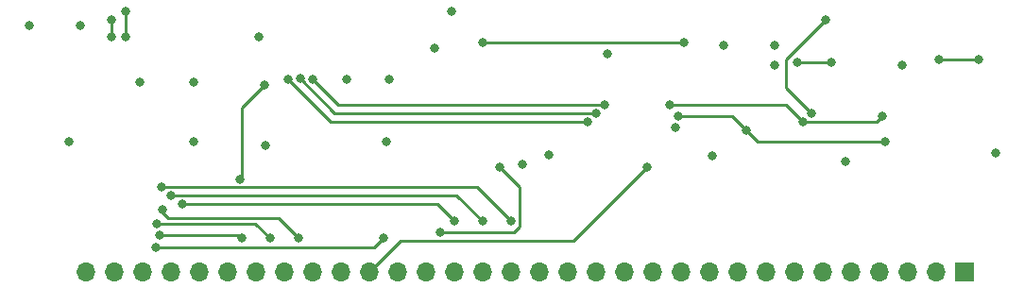
<source format=gbr>
%TF.GenerationSoftware,KiCad,Pcbnew,(6.0.0-0)*%
%TF.CreationDate,2022-10-19T21:29:50-04:00*%
%TF.ProjectId,CPU-Instruction-Decoder,4350552d-496e-4737-9472-756374696f6e,rev?*%
%TF.SameCoordinates,Original*%
%TF.FileFunction,Copper,L4,Bot*%
%TF.FilePolarity,Positive*%
%FSLAX46Y46*%
G04 Gerber Fmt 4.6, Leading zero omitted, Abs format (unit mm)*
G04 Created by KiCad (PCBNEW (6.0.0-0)) date 2022-10-19 21:29:50*
%MOMM*%
%LPD*%
G01*
G04 APERTURE LIST*
%TA.AperFunction,ComponentPad*%
%ADD10R,1.700000X1.700000*%
%TD*%
%TA.AperFunction,ComponentPad*%
%ADD11O,1.700000X1.700000*%
%TD*%
%TA.AperFunction,ViaPad*%
%ADD12C,0.800000*%
%TD*%
%TA.AperFunction,Conductor*%
%ADD13C,0.250000*%
%TD*%
G04 APERTURE END LIST*
D10*
%TO.P,J1,1,Pin_1*%
%TO.N,~{MEM_WRITE}*%
X338836000Y-221488000D03*
D11*
%TO.P,J1,2,Pin_2*%
%TO.N,~{MEM_READ}*%
X336296000Y-221488000D03*
%TO.P,J1,3,Pin_3*%
%TO.N,~{STACK_SEG_EN}*%
X333756000Y-221488000D03*
%TO.P,J1,4,Pin_4*%
%TO.N,~{DATA_SEG_EN}*%
X331216000Y-221488000D03*
%TO.P,J1,5,Pin_5*%
%TO.N,~{CODE_SEG_EN}*%
X328676000Y-221488000D03*
%TO.P,J1,6,Pin_6*%
%TO.N,~{STACK_SEG_OUT}*%
X326136000Y-221488000D03*
%TO.P,J1,7,Pin_7*%
%TO.N,~{DATA_SEG_OUT}*%
X323596000Y-221488000D03*
%TO.P,J1,8,Pin_8*%
%TO.N,~{CODE_SEG_OUT}*%
X321056000Y-221488000D03*
%TO.P,J1,9,Pin_9*%
%TO.N,~{MEM_LATCH_MAR}*%
X318516000Y-221488000D03*
%TO.P,J1,10,Pin_10*%
%TO.N,~{STACK_SEG_IN}*%
X315976000Y-221488000D03*
%TO.P,J1,11,Pin_11*%
%TO.N,~{DATA_SEG_IN}*%
X313436000Y-221488000D03*
%TO.P,J1,12,Pin_12*%
%TO.N,~{CODE_SEG_IN}*%
X310896000Y-221488000D03*
%TO.P,J1,13,Pin_13*%
%TO.N,GPR6*%
X308356000Y-221488000D03*
%TO.P,J1,14,Pin_14*%
%TO.N,GPR5*%
X305816000Y-221488000D03*
%TO.P,J1,15,Pin_15*%
%TO.N,GPR4*%
X303276000Y-221488000D03*
%TO.P,J1,16,Pin_16*%
%TO.N,GPR3*%
X300736000Y-221488000D03*
%TO.P,J1,17,Pin_17*%
%TO.N,GPR2*%
X298196000Y-221488000D03*
%TO.P,J1,18,Pin_18*%
%TO.N,GPR1*%
X295656000Y-221488000D03*
%TO.P,J1,19,Pin_19*%
%TO.N,GPR0*%
X293116000Y-221488000D03*
%TO.P,J1,20,Pin_20*%
%TO.N,WR1*%
X290576000Y-221488000D03*
%TO.P,J1,21,Pin_21*%
%TO.N,WR0*%
X288036000Y-221488000D03*
%TO.P,J1,22,Pin_22*%
%TO.N,RD1*%
X285496000Y-221488000D03*
%TO.P,J1,23,Pin_23*%
%TO.N,RD0*%
X282956000Y-221488000D03*
%TO.P,J1,24,Pin_24*%
%TO.N,\u03BCWR2*%
X280416000Y-221488000D03*
%TO.P,J1,25,Pin_25*%
%TO.N,\u03BCWR1*%
X277876000Y-221488000D03*
%TO.P,J1,26,Pin_26*%
%TO.N,\u03BCWR0*%
X275336000Y-221488000D03*
%TO.P,J1,27,Pin_27*%
%TO.N,\u03BCRD3*%
X272796000Y-221488000D03*
%TO.P,J1,28,Pin_28*%
%TO.N,\u03BCRD2*%
X270256000Y-221488000D03*
%TO.P,J1,29,Pin_29*%
%TO.N,\u03BCRD1*%
X267716000Y-221488000D03*
%TO.P,J1,30,Pin_30*%
%TO.N,\u03BCRD0*%
X265176000Y-221488000D03*
%TO.P,J1,31,Pin_31*%
%TO.N,GND*%
X262636000Y-221488000D03*
%TO.P,J1,32,Pin_32*%
%TO.N,VCC*%
X260096000Y-221488000D03*
%TD*%
D12*
%TO.N,\u03BCRD0*%
X278257000Y-204213888D03*
X305054000Y-208026000D03*
%TO.N,\u03BCRD1*%
X279339744Y-204155744D03*
X305816000Y-207264000D03*
%TO.N,\u03BCRD2*%
X306578000Y-206502000D03*
X280416000Y-204216000D03*
%TO.N,RD0*%
X276098000Y-204724000D03*
X273944864Y-213181000D03*
%TO.N,RD1*%
X310388000Y-212090000D03*
%TO.N,\u03BCWR0*%
X266704622Y-218203253D03*
X274066000Y-218477500D03*
%TO.N,\u03BCWR1*%
X262382000Y-198882000D03*
X266446000Y-217237789D03*
X262382000Y-200406000D03*
X276606000Y-218477500D03*
%TO.N,\u03BCWR2*%
X279146000Y-218440000D03*
X266954000Y-215900000D03*
X263652000Y-198120000D03*
X263652000Y-200406000D03*
%TO.N,WR0*%
X286766000Y-218440000D03*
X266399576Y-219271636D03*
%TO.N,WR1*%
X297180000Y-212090000D03*
X291846000Y-217932000D03*
%TO.N,GND*%
X321818000Y-202946000D03*
X317246000Y-201168000D03*
X258572000Y-209804000D03*
X287274000Y-204216000D03*
X264922000Y-204470000D03*
X341667500Y-210820000D03*
X328168000Y-211582000D03*
X269748000Y-204470000D03*
X316267500Y-211074000D03*
X301662543Y-211050457D03*
X276197725Y-210157725D03*
X269748000Y-209804000D03*
X283464000Y-204216000D03*
X287020000Y-209804000D03*
X255016000Y-199390000D03*
X292862000Y-198120000D03*
%TO.N,VCC*%
X333248000Y-202946000D03*
X321818000Y-201168000D03*
X275590000Y-200406000D03*
X259588000Y-199390000D03*
X291338000Y-201422000D03*
X312928000Y-208534000D03*
X299212000Y-211836000D03*
X306832000Y-201930000D03*
%TO.N,GPR2*%
X266884364Y-213905500D03*
X298196000Y-216916000D03*
%TO.N,GPR1*%
X267722277Y-214622587D03*
X295656000Y-216916000D03*
%TO.N,GPR0*%
X268732000Y-215392000D03*
X293116000Y-216916000D03*
%TO.N,/~{READ_CODE}*%
X331724000Y-209804000D03*
X319278000Y-208788000D03*
X313182000Y-207518000D03*
%TO.N,/~{WRITE_CODE}*%
X295656000Y-200914000D03*
X313690000Y-200914000D03*
%TO.N,/~{READ_DATA}*%
X324358000Y-208026000D03*
X312420000Y-206502000D03*
X331470000Y-207518000D03*
%TO.N,/~{WRITE_DATA}*%
X326390000Y-198882000D03*
X325120000Y-207264000D03*
%TO.N,/~{READ_STACK}*%
X323850000Y-202692000D03*
X326902299Y-202696299D03*
%TO.N,Net-(U9-Pad12)*%
X336550000Y-202438000D03*
X340106000Y-202438000D03*
%TD*%
D13*
%TO.N,\u03BCRD0*%
X282069112Y-208026000D02*
X278257000Y-204213888D01*
X305054000Y-208026000D02*
X282069112Y-208026000D01*
%TO.N,\u03BCRD1*%
X305816000Y-207264000D02*
X282439400Y-207264000D01*
X282439400Y-207264000D02*
X279339744Y-204164344D01*
X279339744Y-204164344D02*
X279339744Y-204155744D01*
%TO.N,\u03BCRD2*%
X282702000Y-206502000D02*
X280416000Y-204216000D01*
X306578000Y-206502000D02*
X282702000Y-206502000D01*
%TO.N,RD0*%
X274066000Y-213059864D02*
X273944864Y-213181000D01*
X274066000Y-206756000D02*
X274066000Y-213059864D01*
X276098000Y-204724000D02*
X274066000Y-206756000D01*
%TO.N,RD1*%
X310388000Y-212090000D02*
X303784000Y-218694000D01*
X303784000Y-218694000D02*
X288290000Y-218694000D01*
X288290000Y-218694000D02*
X285496000Y-221488000D01*
%TO.N,\u03BCWR0*%
X273774500Y-218186000D02*
X266721875Y-218186000D01*
X266721875Y-218186000D02*
X266704622Y-218203253D01*
X274066000Y-218477500D02*
X273774500Y-218186000D01*
%TO.N,\u03BCWR1*%
X275298500Y-217170000D02*
X266513789Y-217170000D01*
X262382000Y-198882000D02*
X262382000Y-200406000D01*
X276606000Y-218477500D02*
X275298500Y-217170000D01*
X266513789Y-217170000D02*
X266446000Y-217237789D01*
%TO.N,\u03BCWR2*%
X279146000Y-218440000D02*
X277368000Y-216662000D01*
X263652000Y-198120000D02*
X263652000Y-200406000D01*
X266954000Y-216151119D02*
X266954000Y-215900000D01*
X267464881Y-216662000D02*
X266954000Y-216151119D01*
X277368000Y-216662000D02*
X267464881Y-216662000D01*
%TO.N,WR0*%
X285934364Y-219271636D02*
X286766000Y-218440000D01*
X266399576Y-219271636D02*
X285934364Y-219271636D01*
%TO.N,WR1*%
X298958000Y-213868000D02*
X298958000Y-217424000D01*
X298450000Y-217932000D02*
X291846000Y-217932000D01*
X297180000Y-212090000D02*
X298958000Y-213868000D01*
X298958000Y-217424000D02*
X298450000Y-217932000D01*
%TO.N,GPR2*%
X268022376Y-213898086D02*
X266891778Y-213898086D01*
X298196000Y-216916000D02*
X295185500Y-213905500D01*
X266891778Y-213898086D02*
X266884364Y-213905500D01*
X268029790Y-213905500D02*
X268022376Y-213898086D01*
X295185500Y-213905500D02*
X268029790Y-213905500D01*
%TO.N,GPR1*%
X295656000Y-216916000D02*
X293362587Y-214622587D01*
X293362587Y-214622587D02*
X267722277Y-214622587D01*
%TO.N,GPR0*%
X293116000Y-216916000D02*
X291592000Y-215392000D01*
X291592000Y-215392000D02*
X268732000Y-215392000D01*
%TO.N,/~{READ_CODE}*%
X318008000Y-207518000D02*
X313182000Y-207518000D01*
X331724000Y-209804000D02*
X320294000Y-209804000D01*
X319278000Y-208788000D02*
X318008000Y-207518000D01*
X320294000Y-209804000D02*
X319278000Y-208788000D01*
%TO.N,/~{WRITE_CODE}*%
X313690000Y-200914000D02*
X295656000Y-200914000D01*
%TO.N,/~{READ_DATA}*%
X322834000Y-206502000D02*
X324358000Y-208026000D01*
X312420000Y-206502000D02*
X322834000Y-206502000D01*
X331470000Y-207518000D02*
X330962000Y-208026000D01*
X330962000Y-208026000D02*
X324358000Y-208026000D01*
%TO.N,/~{WRITE_DATA}*%
X325120000Y-207264000D02*
X322834000Y-204978000D01*
X322834000Y-202438000D02*
X326390000Y-198882000D01*
X322834000Y-204978000D02*
X322834000Y-202438000D01*
%TO.N,/~{READ_STACK}*%
X323850000Y-202692000D02*
X326898000Y-202692000D01*
X326898000Y-202692000D02*
X326902299Y-202696299D01*
%TO.N,Net-(U9-Pad12)*%
X340106000Y-202438000D02*
X336550000Y-202438000D01*
%TD*%
M02*

</source>
